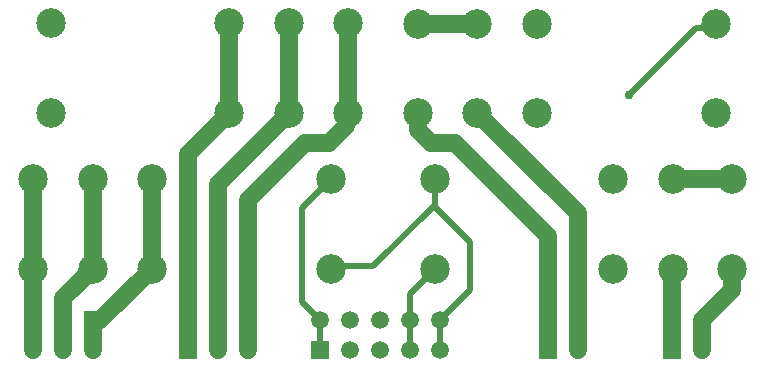
<source format=gtl>
G04*
G04 #@! TF.GenerationSoftware,Altium Limited,Altium Designer,24.5.2 (23)*
G04*
G04 Layer_Physical_Order=1*
G04 Layer_Color=255*
%FSLAX44Y44*%
%MOMM*%
G71*
G04*
G04 #@! TF.SameCoordinates,D6A8BFCE-4E3A-4C26-B7BD-A5B2BDC27384*
G04*
G04*
G04 #@! TF.FilePolarity,Positive*
G04*
G01*
G75*
%ADD16C,0.5080*%
%ADD17C,1.5240*%
%ADD18R,1.5000X1.5000*%
%ADD19C,1.5000*%
%ADD20C,2.5000*%
%ADD21C,0.7620*%
D16*
X369100Y141440D02*
Y164800D01*
Y141440D02*
X398780Y111760D01*
Y70866D02*
Y111760D01*
X317081Y91021D02*
X369100Y143040D01*
X282961Y91021D02*
X317081D01*
X281140Y89200D02*
X282961Y91021D01*
X590444Y293264D02*
X603744D01*
X607060Y296580D01*
X533400Y236220D02*
X590444Y293264D01*
X347980Y68080D02*
X369100Y89200D01*
X347980Y45466D02*
Y68080D01*
Y20066D02*
Y45466D01*
X271780Y20066D02*
Y45466D01*
X256540Y60706D02*
X271780Y45466D01*
X256540Y140200D02*
X281140Y164800D01*
X256540Y60706D02*
Y140200D01*
X373380Y45466D02*
X398780Y70866D01*
X373380Y20066D02*
Y45466D01*
D17*
X355060Y296580D02*
X405460D01*
X490220Y20066D02*
Y45466D01*
Y136220D01*
X405460Y220980D02*
X490220Y136220D01*
X464820Y45466D02*
Y116840D01*
X386080Y195580D02*
X464820Y116840D01*
X365760Y195580D02*
X386080D01*
X355060Y206280D02*
X365760Y195580D01*
X355060Y206280D02*
Y220980D01*
X464820Y20066D02*
Y45466D01*
X570700Y164800D02*
X621100D01*
X570230Y45466D02*
Y88730D01*
X570700Y89200D01*
X570230Y20066D02*
Y45466D01*
X621100Y70936D02*
Y89200D01*
X595630Y45466D02*
X621100Y70936D01*
X595630Y20066D02*
Y45466D01*
X185400Y20066D02*
Y161100D01*
X245580Y221280D01*
X210800Y20066D02*
Y45466D01*
X294112Y210292D02*
Y219412D01*
X279400Y195580D02*
X294112Y210292D01*
Y219412D02*
X295980Y221280D01*
X210800Y147300D02*
X259080Y195580D01*
X279400D01*
X210800Y45466D02*
Y147300D01*
X160020Y186120D02*
X195180Y221280D01*
X160020Y45486D02*
Y186120D01*
X160000Y45466D02*
X160020Y45486D01*
X295980Y221280D02*
Y296880D01*
X245580Y221280D02*
Y296880D01*
X160000Y20066D02*
Y45466D01*
X195180Y221280D02*
Y296880D01*
X80000Y20066D02*
Y45466D01*
X86206D02*
X129940Y89200D01*
X80000Y45466D02*
X86206D01*
X129940Y89200D02*
Y164800D01*
X54600Y20066D02*
Y45466D01*
Y64260D01*
X79540Y89200D01*
Y164800D01*
X29140Y89200D02*
Y164800D01*
X29200Y45466D02*
Y89140D01*
X29140Y89200D02*
X29200Y89140D01*
Y20066D02*
Y45466D01*
D18*
X271780Y20066D02*
D03*
X464820D02*
D03*
X570230D02*
D03*
X160000D02*
D03*
X80000Y45466D02*
D03*
D19*
X271780D02*
D03*
X297180Y20066D02*
D03*
Y45466D02*
D03*
X322580Y20066D02*
D03*
Y45466D02*
D03*
X347980Y20066D02*
D03*
Y45466D02*
D03*
X373380Y20066D02*
D03*
Y45466D02*
D03*
X464820D02*
D03*
X490220Y20066D02*
D03*
Y45466D02*
D03*
X570230D02*
D03*
X595630Y20066D02*
D03*
Y45466D02*
D03*
X210800D02*
D03*
Y20066D02*
D03*
X185400Y45466D02*
D03*
Y20066D02*
D03*
X160000Y45466D02*
D03*
X29200Y20066D02*
D03*
Y45466D02*
D03*
X54600Y20066D02*
D03*
Y45466D02*
D03*
X80000Y20066D02*
D03*
D20*
X621100Y89200D02*
D03*
X570700D02*
D03*
X520300D02*
D03*
X621100Y164800D02*
D03*
X570700D02*
D03*
X520300D02*
D03*
X369100Y89200D02*
D03*
Y164800D02*
D03*
X355060Y296580D02*
D03*
X405460D02*
D03*
X455860D02*
D03*
X355060Y220980D02*
D03*
X405460D02*
D03*
X455860D02*
D03*
X607060Y296580D02*
D03*
Y220980D02*
D03*
X29140Y164800D02*
D03*
X79540D02*
D03*
X129940D02*
D03*
X29140Y89200D02*
D03*
X79540D02*
D03*
X129940D02*
D03*
X281140Y164800D02*
D03*
Y89200D02*
D03*
X295980Y221280D02*
D03*
X245580D02*
D03*
X195180D02*
D03*
X295980Y296880D02*
D03*
X245580D02*
D03*
X195180D02*
D03*
X43980Y221280D02*
D03*
Y296880D02*
D03*
D21*
X533400Y236220D02*
D03*
M02*

</source>
